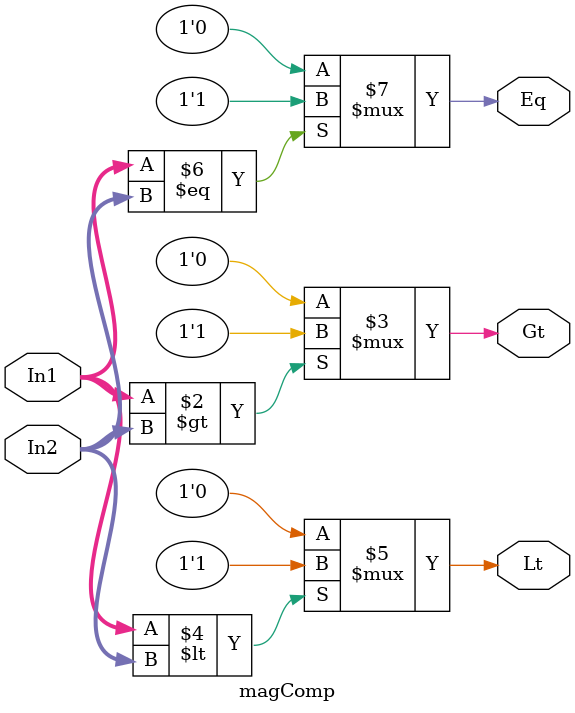
<source format=v>
module magComp ( In1, In2, Gt, Lt, Eq); 
input [7:0]  In1, In2; //The two 8-bit Inputs In1 and In2 
output Gt, Lt, Eq; //The Outputs of comparison 
reg Gt, Lt, Eq; 

always @ (In1 or In2) //Check the state of the input lines 
  begin 
   Gt <= ( In1 > In2 )? 1'b1 : 1'b0; 
   Lt <= ( In1 < In2 )? 1'b1 : 1'b0; 
   Eq <= ( In1 == In2)? 1'b1 : 1'b0; 
  end 
endmodule

</source>
